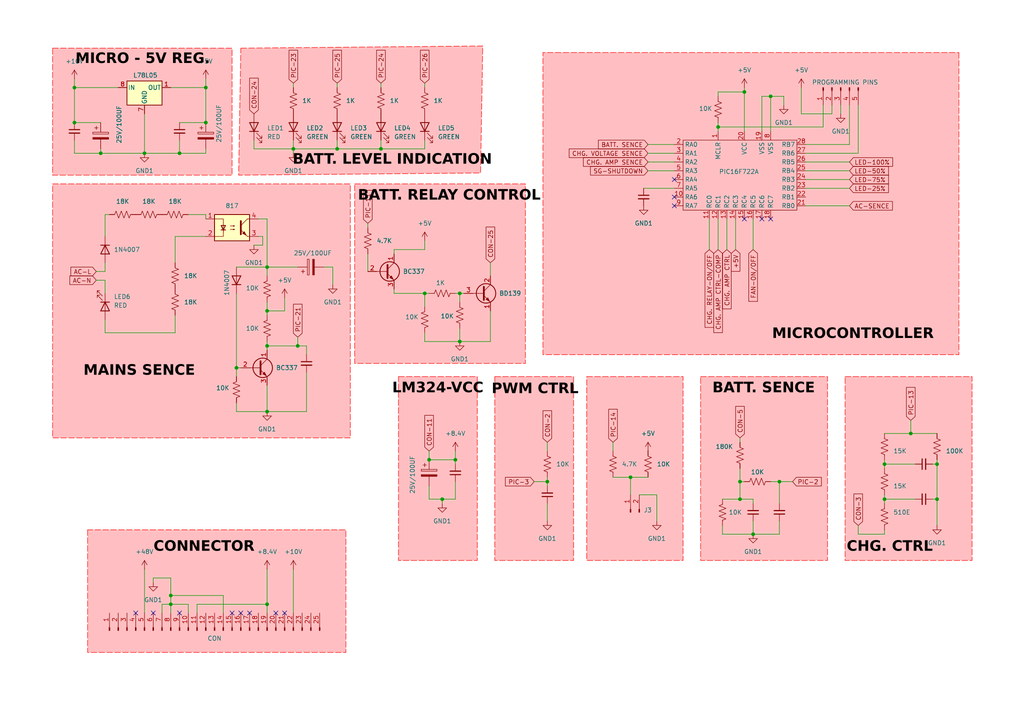
<source format=kicad_sch>
(kicad_sch (version 20250114) (generator "eeschema") (generator_version "9.0")
  (paper "A4")
  (title_block (title "CONTROLLER CARD (CHILD PCB)"))
  (text "BATT. LEVEL INDICATION" (at 113.792 47.244 0) (effects (font (size 3 3) (thickness 0.254) (bold yes))))
  (text "BATT. SENCE" (at 221.488 113.538 0) (effects (font (size 3 3) (thickness 0.254) (bold yes))))
  (text "BATT. RELAY CONTROL" (at 130.302 57.658 0) (effects (font (size 3 3) (thickness 0.254) (bold yes))))
  (text "LM324-VCC" (at 127 113.538 0) (effects (font (size 3 3) (thickness 0.254) (bold yes))))
  (text "MICRO - 5V REG." (at 41.402 18.034 0) (effects (font (size 3 3) (thickness 0.254) (bold yes))))
  (text "MAINS SENCE" (at 40.386 108.458 0) (effects (font (size 3 3) (thickness 0.254) (bold yes))))
  (text "CONNECTOR" (at 59.182 159.512 0) (effects (font (size 3 3) (thickness 0.254) (bold yes))))
  (text "CHG. CTRL" (at 258.064 159.512 0) (effects (font (size 3 3) (thickness 0.254) (bold yes))))
  (text "MICROCONTROLLER" (at 247.396 97.79 0) (effects (font (size 3 3) (thickness 0.254) (bold yes))))
  (text "PWM CTRL" (at 155.194 113.792 0) (effects (font (size 3 3) (thickness 0.254) (bold yes))))
  (junction (at 133.35 99.06))
  (junction (at 132.08 133.35))
  (junction (at 271.78 134.62))
  (junction (at 49.53 172.72))
  (junction (at 128.27 144.78))
  (junction (at 123.19 85.09))
  (junction (at 86.36 100.33))
  (junction (at 77.47 175.26))
  (junction (at 96.52 323.85))
  (junction (at 271.78 144.78))
  (junction (at 49.53 175.26))
  (junction (at 158.75 139.7))
  (junction (at 52.07 44.45))
  (junction (at 68.58 106.68))
  (junction (at 59.69 35.56))
  (junction (at 85.09 43.18))
  (junction (at 182.88 138.43))
  (junction (at 101.6 306.07))
  (junction (at 110.49 43.18))
  (junction (at 196.85 274.32))
  (junction (at 86.36 295.91))
  (junction (at 205.74 313.69))
  (junction (at 41.91 44.45))
  (junction (at 214.63 139.7))
  (junction (at 223.52 27.94))
  (junction (at 77.47 77.47))
  (junction (at 104.14 331.47))
  (junction (at 101.6 323.85))
  (junction (at 194.31 284.48))
  (junction (at 104.14 285.75))
  (junction (at 256.54 144.78))
  (junction (at 214.63 279.4))
  (junction (at 104.14 323.85))
  (junction (at 215.9 26.67))
  (junction (at 77.47 90.17))
  (junction (at 208.28 36.83))
  (junction (at 220.98 257.81))
  (junction (at 101.6 320.04))
  (junction (at 256.54 134.62))
  (junction (at 104.14 295.91))
  (junction (at 96.52 331.47))
  (junction (at 147.32 279.4))
  (junction (at 124.46 133.35))
  (junction (at 193.04 257.81))
  (junction (at 21.59 35.56))
  (junction (at 133.35 85.09))
  (junction (at 97.79 43.18))
  (junction (at 207.01 257.81))
  (junction (at 149.86 298.45))
  (junction (at 264.16 125.73))
  (junction (at 214.63 144.78))
  (junction (at 218.44 154.94))
  (junction (at 226.06 139.7))
  (junction (at 29.21 44.45))
  (junction (at 77.47 119.38))
  (junction (at 59.69 25.4))
  (junction (at 77.47 100.33))
  (junction (at 21.59 25.4))
  (junction (at 86.36 306.07))
  (junction (at 101.6 331.47))
  (no_connect (at 195.58 52.07))
  (no_connect (at 67.31 177.8))
  (no_connect (at 215.9 63.5))
  (no_connect (at 195.58 57.15))
  (no_connect (at 223.52 63.5))
  (no_connect (at 69.85 177.8))
  (no_connect (at 82.55 177.8))
  (no_connect (at 220.98 63.5))
  (no_connect (at 80.01 177.8))
  (no_connect (at 195.58 59.69))
  (no_connect (at 44.45 177.8))
  (no_connect (at 39.37 177.8))
  (no_connect (at 52.07 177.8))
  (no_connect (at 72.39 177.8))
  (wire (pts (xy 208.28 36.83) (xy 208.28 38.1)))
  (wire (pts (xy 68.58 106.68) (xy 68.58 109.22)))
  (wire (pts (xy 123.19 85.09) (xy 124.46 85.09)))
  (wire (pts (xy 207.01 267.97) (xy 207.01 279.4)))
  (wire (pts (xy 233.68 52.07) (xy 246.38 52.07)))
  (wire (pts (xy 52.07 35.56) (xy 59.69 35.56)))
  (wire (pts (xy 208.28 26.67) (xy 215.9 26.67)))
  (wire (pts (xy 68.58 116.84) (xy 68.58 119.38)))
  (wire (pts (xy 124.46 140.97) (xy 124.46 144.78)))
  (wire (pts (xy 193.04 279.4) (xy 193.04 281.94)))
  (wire (pts (xy 46.99 177.8) (xy 46.99 175.26)))
  (wire (pts (xy 90.17 323.85) (xy 96.52 323.85)))
  (wire (pts (xy 77.47 63.5) (xy 77.47 77.47)))
  (wire (pts (xy 190.5 278.13) (xy 190.5 279.4)))
  (wire (pts (xy 21.59 44.45) (xy 29.21 44.45)))
  (wire (pts (xy 77.47 100.33) (xy 77.47 101.6)))
  (wire (pts (xy 59.69 22.86) (xy 59.69 25.4)))
  (wire (pts (xy 124.46 133.35) (xy 132.08 133.35)))
  (wire (pts (xy 123.19 99.06) (xy 133.35 99.06)))
  (wire (pts (xy 46.99 175.26) (xy 49.53 175.26)))
  (wire (pts (xy 86.36 97.79) (xy 86.36 100.33)))
  (wire (pts (xy 190.5 143.51) (xy 190.5 151.13)))
  (wire (pts (xy 49.53 25.4) (xy 59.69 25.4)))
  (wire (pts (xy 205.74 63.5) (xy 205.74 72.39)))
  (wire (pts (xy 196.85 274.32) (xy 196.85 279.4)))
  (wire (pts (xy 190.5 284.48) (xy 194.31 284.48)))
  (wire (pts (xy 246.38 41.91) (xy 233.68 41.91)))
  (wire (pts (xy 90.17 331.47) (xy 96.52 331.47)))
  (wire (pts (xy 101.6 303.53) (xy 104.14 303.53)))
  (wire (pts (xy 114.3 85.09) (xy 123.19 85.09)))
  (wire (pts (xy 147.32 279.4) (xy 161.29 279.4)))
  (wire (pts (xy 30.48 96.52) (xy 50.8 96.52)))
  (wire (pts (xy 59.69 25.4) (xy 59.69 35.56)))
  (wire (pts (xy 133.35 99.06) (xy 133.35 95.25)))
  (wire (pts (xy 270.51 134.62) (xy 271.78 134.62)))
  (wire (pts (xy 44.45 167.64) (xy 49.53 167.64)))
  (wire (pts (xy 223.52 27.94) (xy 223.52 38.1)))
  (wire (pts (xy 74.93 68.58) (xy 76.2 68.58)))
  (wire (pts (xy 21.59 25.4) (xy 21.59 35.56)))
  (wire (pts (xy 256.54 133.35) (xy 256.54 134.62)))
  (wire (pts (xy 205.74 284.48) (xy 203.2 284.48)))
  (wire (pts (xy 154.94 139.7) (xy 158.75 139.7)))
  (wire (pts (xy 158.75 138.43) (xy 158.75 139.7)))
  (wire (pts (xy 68.58 106.68) (xy 69.85 106.68)))
  (wire (pts (xy 123.19 72.39) (xy 114.3 72.39)))
  (wire (pts (xy 85.09 165.1) (xy 85.09 177.8)))
  (wire (pts (xy 213.36 63.5) (xy 213.36 72.39)))
  (wire (pts (xy 207.01 257.81) (xy 207.01 254)))
  (wire (pts (xy 133.35 85.09) (xy 134.62 85.09)))
  (wire (pts (xy 161.29 281.94) (xy 153.67 281.94)))
  (wire (pts (xy 233.68 54.61) (xy 246.38 54.61)))
  (wire (pts (xy 256.54 125.73) (xy 264.16 125.73)))
  (wire (pts (xy 77.47 175.26) (xy 57.15 175.26)))
  (wire (pts (xy 223.52 27.94) (xy 227.33 27.94)))
  (wire (pts (xy 220.98 257.81) (xy 220.98 269.24)))
  (wire (pts (xy 96.52 331.47) (xy 101.6 331.47)))
  (wire (pts (xy 243.84 30.48) (xy 243.84 33.02)))
  (wire (pts (xy 153.67 281.94) (xy 153.67 298.45)))
  (wire (pts (xy 157.48 320.04) (xy 149.86 320.04)))
  (wire (pts (xy 77.47 177.8) (xy 77.47 175.26)))
  (wire (pts (xy 149.86 313.69) (xy 205.74 313.69)))
  (wire (pts (xy 147.32 275.59) (xy 147.32 279.4)))
  (wire (pts (xy 82.55 86.36) (xy 82.55 90.17)))
  (wire (pts (xy 218.44 151.13) (xy 218.44 154.94)))
  (wire (pts (xy 59.69 62.23) (xy 59.69 63.5)))
  (wire (pts (xy 194.31 280.67) (xy 194.31 284.48)))
  (wire (pts (xy 88.9 107.95) (xy 88.9 119.38)))
  (wire (pts (xy 218.44 144.78) (xy 218.44 146.05)))
  (wire (pts (xy 77.47 100.33) (xy 86.36 100.33)))
  (wire (pts (xy 77.47 111.76) (xy 77.47 119.38)))
  (wire (pts (xy 142.24 76.2) (xy 142.24 80.01)))
  (wire (pts (xy 49.53 175.26) (xy 49.53 177.8)))
  (wire (pts (xy 96.52 323.85) (xy 101.6 323.85)))
  (wire (pts (xy 76.2 71.12) (xy 73.66 71.12)))
  (wire (pts (xy 132.08 133.35) (xy 132.08 134.62)))
  (wire (pts (xy 256.54 144.78) (xy 256.54 146.05)))
  (wire (pts (xy 220.98 38.1) (xy 220.98 27.94)))
  (wire (pts (xy 110.49 43.18) (xy 123.19 43.18)))
  (wire (pts (xy 146.05 281.94) (xy 146.05 279.4)))
  (wire (pts (xy 214.63 127) (xy 214.63 128.27)))
  (wire (pts (xy 123.19 96.52) (xy 123.19 99.06)))
  (wire (pts (xy 114.3 83.82) (xy 114.3 85.09)))
  (wire (pts (xy 123.19 24.13) (xy 123.19 25.4)))
  (wire (pts (xy 27.94 78.74) (xy 30.48 78.74)))
  (wire (pts (xy 214.63 135.89) (xy 214.63 139.7)))
  (wire (pts (xy 248.92 44.45) (xy 233.68 44.45)))
  (wire (pts (xy 214.63 257.81) (xy 220.98 257.81)))
  (wire (pts (xy 182.88 138.43) (xy 187.96 138.43)))
  (wire (pts (xy 220.98 254) (xy 220.98 257.81)))
  (wire (pts (xy 21.59 35.56) (xy 29.21 35.56)))
  (wire (pts (xy 49.53 172.72) (xy 49.53 175.26)))
  (wire (pts (xy 21.59 40.64) (xy 21.59 44.45)))
  (wire (pts (xy 256.54 144.78) (xy 265.43 144.78)))
  (wire (pts (xy 86.36 293.37) (xy 86.36 295.91)))
  (wire (pts (xy 77.47 77.47) (xy 77.47 80.01)))
  (wire (pts (xy 68.58 119.38) (xy 77.47 119.38)))
  (wire (pts (xy 210.82 63.5) (xy 210.82 72.39)))
  (wire (pts (xy 132.08 85.09) (xy 133.35 85.09)))
  (wire (pts (xy 30.48 62.23) (xy 30.48 68.58)))
  (wire (pts (xy 264.16 121.92) (xy 264.16 125.73)))
  (wire (pts (xy 241.3 30.48) (xy 241.3 33.02)))
  (wire (pts (xy 196.85 257.81) (xy 193.04 257.81)))
  (wire (pts (xy 110.49 40.64) (xy 110.49 43.18)))
  (wire (pts (xy 96.52 77.47) (xy 96.52 82.55)))
  (wire (pts (xy 139.7 275.59) (xy 147.32 275.59)))
  (wire (pts (xy 177.8 128.27) (xy 177.8 130.81)))
  (wire (pts (xy 207.01 254) (xy 193.04 254)))
  (wire (pts (xy 54.61 62.23) (xy 59.69 62.23)))
  (wire (pts (xy 142.24 90.17) (xy 142.24 99.06)))
  (wire (pts (xy 214.63 279.4) (xy 220.98 279.4)))
  (wire (pts (xy 149.86 298.45) (xy 149.86 300.99)))
  (wire (pts (xy 207.01 257.81) (xy 207.01 262.89)))
  (wire (pts (xy 271.78 133.35) (xy 271.78 134.62)))
  (wire (pts (xy 157.48 284.48) (xy 157.48 320.04)))
  (wire (pts (xy 256.54 153.67) (xy 256.54 154.94)))
  (wire (pts (xy 214.63 139.7) (xy 214.63 144.78)))
  (wire (pts (xy 256.54 143.51) (xy 256.54 144.78)))
  (wire (pts (xy 187.96 44.45) (xy 195.58 44.45)))
  (wire (pts (xy 93.98 77.47) (xy 96.52 77.47)))
  (wire (pts (xy 76.2 68.58) (xy 76.2 71.12)))
  (wire (pts (xy 208.28 26.67) (xy 208.28 27.94)))
  (wire (pts (xy 233.68 59.69) (xy 246.38 59.69)))
  (wire (pts (xy 233.68 46.99) (xy 246.38 46.99)))
  (wire (pts (xy 123.19 40.64) (xy 123.19 43.18)))
  (wire (pts (xy 85.09 43.18) (xy 85.09 44.45)))
  (wire (pts (xy 220.98 27.94) (xy 223.52 27.94)))
  (wire (pts (xy 218.44 154.94) (xy 226.06 154.94)))
  (wire (pts (xy 187.96 41.91) (xy 195.58 41.91)))
  (wire (pts (xy 124.46 144.78) (xy 128.27 144.78)))
  (wire (pts (xy 153.67 298.45) (xy 149.86 298.45)))
  (wire (pts (xy 214.63 139.7) (xy 215.9 139.7)))
  (wire (pts (xy 158.75 139.7) (xy 158.75 140.97)))
  (wire (pts (xy 54.61 175.26) (xy 49.53 175.26)))
  (wire (pts (xy 208.28 63.5) (xy 208.28 72.39)))
  (wire (pts (xy 264.16 125.73) (xy 271.78 125.73)))
  (wire (pts (xy 241.3 33.02) (xy 232.41 33.02)))
  (wire (pts (xy 114.3 72.39) (xy 114.3 73.66)))
  (wire (pts (xy 128.27 144.78) (xy 132.08 144.78)))
  (wire (pts (xy 110.49 24.13) (xy 110.49 25.4)))
  (wire (pts (xy 205.74 313.69) (xy 205.74 284.48)))
  (wire (pts (xy 209.55 154.94) (xy 209.55 152.4)))
  (wire (pts (xy 149.86 298.45) (xy 146.05 298.45)))
  (wire (pts (xy 29.21 43.18) (xy 29.21 44.45)))
  (wire (pts (xy 149.86 308.61) (xy 149.86 313.69)))
  (wire (pts (xy 82.55 90.17) (xy 77.47 90.17)))
  (wire (pts (xy 27.94 81.28) (xy 30.48 81.28)))
  (wire (pts (xy 193.04 278.13) (xy 190.5 278.13)))
  (wire (pts (xy 270.51 144.78) (xy 271.78 144.78)))
  (wire (pts (xy 203.2 267.97) (xy 203.2 257.81)))
  (wire (pts (xy 88.9 102.87) (xy 88.9 100.33)))
  (wire (pts (xy 106.68 73.66) (xy 106.68 78.74)))
  (wire (pts (xy 185.42 143.51) (xy 190.5 143.51)))
  (wire (pts (xy 77.47 87.63) (xy 77.47 90.17)))
  (wire (pts (xy 104.14 331.47) (xy 111.76 331.47)))
  (wire (pts (xy 64.77 177.8) (xy 64.77 172.72)))
  (wire (pts (xy 52.07 44.45) (xy 59.69 44.45)))
  (wire (pts (xy 101.6 316.23) (xy 101.6 320.04)))
  (wire (pts (xy 106.68 64.77) (xy 106.68 66.04)))
  (wire (pts (xy 226.06 151.13) (xy 226.06 154.94)))
  (wire (pts (xy 196.85 279.4) (xy 193.04 279.4)))
  (wire (pts (xy 187.96 46.99) (xy 195.58 46.99)))
  (wire (pts (xy 123.19 69.85) (xy 123.19 72.39)))
  (wire (pts (xy 77.47 119.38) (xy 88.9 119.38)))
  (wire (pts (xy 193.04 281.94) (xy 190.5 281.94)))
  (wire (pts (xy 146.05 279.4) (xy 147.32 279.4)))
  (wire (pts (xy 209.55 154.94) (xy 218.44 154.94)))
  (wire (pts (xy 41.91 44.45) (xy 41.91 33.02)))
  (wire (pts (xy 101.6 331.47) (xy 101.6 336.55)))
  (wire (pts (xy 93.98 306.07) (xy 101.6 306.07)))
  (wire (pts (xy 101.6 323.85) (xy 104.14 323.85)))
  (wire (pts (xy 59.69 43.18) (xy 59.69 44.45)))
  (wire (pts (xy 271.78 144.78) (xy 271.78 152.4)))
  (wire (pts (xy 193.04 254) (xy 193.04 257.81)))
  (wire (pts (xy 64.77 172.72) (xy 49.53 172.72)))
  (wire (pts (xy 73.66 40.64) (xy 73.66 43.18)))
  (wire (pts (xy 194.31 280.67) (xy 201.93 280.67)))
  (wire (pts (xy 256.54 154.94) (xy 248.92 154.94)))
  (wire (pts (xy 30.48 78.74) (xy 30.48 76.2)))
  (wire (pts (xy 68.58 85.09) (xy 68.58 106.68)))
  (wire (pts (xy 142.24 99.06) (xy 133.35 99.06)))
  (wire (pts (xy 215.9 26.67) (xy 215.9 38.1)))
  (wire (pts (xy 104.14 281.94) (xy 104.14 285.75)))
  (wire (pts (xy 226.06 139.7) (xy 229.87 139.7)))
  (wire (pts (xy 31.75 62.23) (xy 30.48 62.23)))
  (wire (pts (xy 54.61 177.8) (xy 54.61 175.26)))
  (wire (pts (xy 195.58 274.32) (xy 196.85 274.32)))
  (wire (pts (xy 77.47 90.17) (xy 77.47 91.44)))
  (wire (pts (xy 74.93 63.5) (xy 77.47 63.5)))
  (wire (pts (xy 85.09 24.13) (xy 85.09 25.4)))
  (wire (pts (xy 97.79 43.18) (xy 110.49 43.18)))
  (wire (pts (xy 86.36 285.75) (xy 104.14 285.75)))
  (wire (pts (xy 227.33 30.48) (xy 227.33 27.94)))
  (wire (pts (xy 30.48 81.28) (xy 30.48 85.09)))
  (wire (pts (xy 208.28 35.56) (xy 208.28 36.83)))
  (wire (pts (xy 124.46 130.81) (xy 124.46 133.35)))
  (wire (pts (xy 128.27 146.05) (xy 128.27 144.78)))
  (wire (pts (xy 101.6 331.47) (xy 104.14 331.47)))
  (wire (pts (xy 214.63 144.78) (xy 218.44 144.78)))
  (wire (pts (xy 29.21 44.45) (xy 41.91 44.45)))
  (wire (pts (xy 256.54 134.62) (xy 256.54 135.89)))
  (wire (pts (xy 86.36 306.07) (xy 88.9 306.07)))
  (wire (pts (xy 182.88 138.43) (xy 182.88 143.51)))
  (wire (pts (xy 97.79 40.64) (xy 97.79 43.18)))
  (wire (pts (xy 238.76 30.48) (xy 238.76 36.83)))
  (wire (pts (xy 214.63 262.89) (xy 214.63 267.97)))
  (wire (pts (xy 205.74 313.69) (xy 210.82 313.69)))
  (wire (pts (xy 223.52 139.7) (xy 226.06 139.7)))
  (wire (pts (xy 41.91 165.1) (xy 41.91 177.8)))
  (wire (pts (xy 209.55 144.78) (xy 214.63 144.78)))
  (wire (pts (xy 177.8 138.43) (xy 182.88 138.43)))
  (wire (pts (xy 85.09 43.18) (xy 97.79 43.18)))
  (wire (pts (xy 90.17 330.2) (xy 90.17 331.47)))
  (wire (pts (xy 158.75 146.05) (xy 158.75 151.13)))
  (wire (pts (xy 132.08 144.78) (xy 132.08 139.7)))
  (wire (pts (xy 186.69 54.61) (xy 195.58 54.61)))
  (wire (pts (xy 57.15 175.26) (xy 57.15 177.8)))
  (wire (pts (xy 271.78 134.62) (xy 271.78 144.78)))
  (wire (pts (xy 132.08 130.81) (xy 132.08 133.35)))
  (wire (pts (xy 97.79 24.13) (xy 97.79 25.4)))
  (wire (pts (xy 226.06 139.7) (xy 226.06 146.05)))
  (wire (pts (xy 73.66 43.18) (xy 85.09 43.18)))
  (wire (pts (xy 86.36 100.33) (xy 88.9 100.33)))
  (wire (pts (xy 101.6 306.07) (xy 101.6 303.53)))
  (wire (pts (xy 86.36 295.91) (xy 104.14 295.91)))
  (wire (pts (xy 21.59 22.86) (xy 21.59 25.4)))
  (wire (pts (xy 215.9 25.4) (xy 215.9 26.67)))
  (wire (pts (xy 101.6 320.04) (xy 142.24 320.04)))
  (wire (pts (xy 187.96 49.53) (xy 195.58 49.53)))
  (wire (pts (xy 44.45 168.91) (xy 44.45 167.64)))
  (wire (pts (xy 30.48 92.71) (xy 30.48 96.52)))
  (wire (pts (xy 246.38 30.48) (xy 246.38 41.91)))
  (wire (pts (xy 248.92 30.48) (xy 248.92 44.45)))
  (wire (pts (xy 158.75 128.27) (xy 158.75 130.81)))
  (wire (pts (xy 101.6 308.61) (xy 101.6 306.07)))
  (wire (pts (xy 248.92 152.4) (xy 248.92 154.94)))
  (wire (pts (xy 50.8 91.44) (xy 50.8 96.52)))
  (wire (pts (xy 208.28 36.83) (xy 238.76 36.83)))
  (wire (pts (xy 49.53 167.64) (xy 49.53 172.72)))
  (wire (pts (xy 161.29 284.48) (xy 157.48 284.48)))
  (wire (pts (xy 90.17 325.12) (xy 90.17 323.85)))
  (wire (pts (xy 220.98 274.32) (xy 220.98 279.4)))
  (wire (pts (xy 52.07 40.64) (xy 52.07 44.45)))
  (wire (pts (xy 203.2 257.81) (xy 201.93 257.81)))
  (wire (pts (xy 68.58 77.47) (xy 77.47 77.47)))
  (wire (pts (xy 194.31 284.48) (xy 195.58 284.48)))
  (wire (pts (xy 218.44 63.5) (xy 218.44 72.39)))
  (wire (pts (xy 201.93 274.32) (xy 201.93 280.67)))
  (wire (pts (xy 193.04 257.81) (xy 193.04 278.13)))
  (wire (pts (xy 77.47 77.47) (xy 86.36 77.47)))
  (wire (pts (xy 50.8 76.2) (xy 50.8 68.58)))
  (wire (pts (xy 104.14 293.37) (xy 104.14 295.91)))
  (wire (pts (xy 133.35 85.09) (xy 133.35 87.63)))
  (wire (pts (xy 256.54 134.62) (xy 265.43 134.62)))
  (wire (pts (xy 21.59 25.4) (xy 34.29 25.4)))
  (wire (pts (xy 195.58 267.97) (xy 195.58 274.32)))
  (wire (pts (xy 77.47 99.06) (xy 77.47 100.33)))
  (wire (pts (xy 123.19 88.9) (xy 123.19 85.09)))
  (wire (pts (xy 101.6 323.85) (xy 101.6 320.04)))
  (wire (pts (xy 41.91 44.45) (xy 52.07 44.45)))
  (wire (pts (xy 233.68 49.53) (xy 246.38 49.53)))
  (wire (pts (xy 146.05 298.45) (xy 146.05 294.64)))
  (wire (pts (xy 86.36 300.99) (xy 86.36 306.07)))
  (wire (pts (xy 232.41 25.4) (xy 232.41 33.02)))
  (wire (pts (xy 50.8 68.58) (xy 59.69 68.58)))
  (wire (pts (xy 104.14 323.85) (xy 111.76 323.85)))
  (wire (pts (xy 77.47 165.1) (xy 77.47 175.26)))
  (wire (pts (xy 207.01 279.4) (xy 214.63 279.4)))
  (wire (pts (xy 85.09 40.64) (xy 85.09 43.18)))
  (global_label "CON-11" (shape input) (at 124.46 130.81 90) (property "Intersheetrefs" "${INTERSHEET_REFS}" (effects (hide yes))))
  (global_label "CHG. AMP CTRL-COMP" (shape input) (at 208.28 72.39 270) (property "Intersheetrefs" "${INTERSHEET_REFS}" (effects (hide yes))))
  (global_label "PIC-12" (shape input) (at 104.14 281.94 90) (property "Intersheetrefs" "${INTERSHEET_REFS}" (effects (hide yes))))
  (global_label "PIC-4" (shape input) (at 220.98 254 90) (property "Intersheetrefs" "${INTERSHEET_REFS}" (effects (hide yes))))
  (global_label "CHG. AMP SENCE" (shape input) (at 187.96 46.99 180) (property "Intersheetrefs" "${INTERSHEET_REFS}" (effects (hide yes))))
  (global_label "PIC-3" (shape input) (at 154.94 139.7 180) (property "Intersheetrefs" "${INTERSHEET_REFS}" (effects (hide yes))))
  (global_label "CHG. RELAY-ON{slash}OFF" (shape input) (at 205.74 72.39 270) (property "Intersheetrefs" "${INTERSHEET_REFS}" (effects (hide yes))))
  (global_label "PIC-26" (shape input) (at 123.19 24.13 90) (property "Intersheetrefs" "${INTERSHEET_REFS}" (effects (hide yes))))
  (global_label "PIC-14" (shape input) (at 177.8 128.27 90) (property "Intersheetrefs" "${INTERSHEET_REFS}" (effects (hide yes))))
  (global_label "AC-N" (shape input) (at 27.94 81.28 180) (property "Intersheetrefs" "${INTERSHEET_REFS}" (effects (hide yes))))
  (global_label "PIC-11" (shape input) (at 106.68 64.77 90) (property "Intersheetrefs" "${INTERSHEET_REFS}" (effects (hide yes))))
  (global_label "+5V" (shape input) (at 213.36 72.39 270) (property "Intersheetrefs" "${INTERSHEET_REFS}" (effects (hide yes))))
  (global_label "CHG. VOLTAGE SENCE" (shape input) (at 187.96 44.45 180) (property "Intersheetrefs" "${INTERSHEET_REFS}" (effects (hide yes))))
  (global_label "PIC-23" (shape input) (at 85.09 24.13 90) (property "Intersheetrefs" "${INTERSHEET_REFS}" (effects (hide yes))))
  (global_label "CON-24" (shape input) (at 73.66 33.02 90) (property "Intersheetrefs" "${INTERSHEET_REFS}" (effects (hide yes))))
  (global_label "CON-2" (shape input) (at 158.75 128.27 90) (property "Intersheetrefs" "${INTERSHEET_REFS}" (effects (hide yes))))
  (global_label "PIC-21" (shape input) (at 86.36 97.79 90) (property "Intersheetrefs" "${INTERSHEET_REFS}" (effects (hide yes))))
  (global_label "CON-5" (shape input) (at 214.63 127 90) (property "Intersheetrefs" "${INTERSHEET_REFS}" (effects (hide yes))))
  (global_label "PIC-13" (shape input) (at 264.16 121.92 90) (property "Intersheetrefs" "${INTERSHEET_REFS}" (effects (hide yes))))
  (global_label "LED-75%" (shape input) (at 246.38 52.07 0) (property "Intersheetrefs" "${INTERSHEET_REFS}" (effects (hide yes))))
  (global_label "CON-1" (shape input) (at 210.82 313.69 0) (property "Intersheetrefs" "${INTERSHEET_REFS}" (effects (hide yes))))
  (global_label "CON-3" (shape input) (at 248.92 152.4 90) (property "Intersheetrefs" "${INTERSHEET_REFS}" (effects (hide yes))))
  (global_label "LED-100%" (shape input) (at 246.38 46.99 0) (property "Intersheetrefs" "${INTERSHEET_REFS}" (effects (hide yes))))
  (global_label "AC-SENCE" (shape input) (at 246.38 59.69 0) (property "Intersheetrefs" "${INTERSHEET_REFS}" (effects (hide yes))))
  (global_label "LED-25%" (shape input) (at 246.38 54.61 0) (property "Intersheetrefs" "${INTERSHEET_REFS}" (effects (hide yes))))
  (global_label "CON-12" (shape input) (at 139.7 275.59 180) (property "Intersheetrefs" "${INTERSHEET_REFS}" (effects (hide yes))))
  (global_label "PIC-2" (shape input) (at 229.87 139.7 0) (property "Intersheetrefs" "${INTERSHEET_REFS}" (effects (hide yes))))
  (global_label "CON-25" (shape input) (at 142.24 76.2 90) (property "Intersheetrefs" "${INTERSHEET_REFS}" (effects (hide yes))))
  (global_label "PIC-24" (shape input) (at 110.49 24.13 90) (property "Intersheetrefs" "${INTERSHEET_REFS}" (effects (hide yes))))
  (global_label "FAN-ON{slash}OFF" (shape input) (at 218.44 72.39 270) (property "Intersheetrefs" "${INTERSHEET_REFS}" (effects (hide yes))))
  (global_label "PIC-25" (shape input) (at 97.79 24.13 90) (property "Intersheetrefs" "${INTERSHEET_REFS}" (effects (hide yes))))
  (global_label "CHG. AMP CTRL" (shape input) (at 210.82 72.39 270) (property "Intersheetrefs" "${INTERSHEET_REFS}" (effects (hide yes))))
  (global_label "AC-L" (shape input) (at 27.94 78.74 180) (property "Intersheetrefs" "${INTERSHEET_REFS}" (effects (hide yes))))
  (global_label "LED-50%" (shape input) (at 246.38 49.53 0) (property "Intersheetrefs" "${INTERSHEET_REFS}" (effects (hide yes))))
  (global_label "BATT. SENCE" (shape input) (at 187.96 41.91 180) (property "Intersheetrefs" "${INTERSHEET_REFS}" (effects (hide yes))))
  (global_label "SG-SHUTDOWN" (shape input) (at 187.96 49.53 180) (property "Intersheetrefs" "${INTERSHEET_REFS}" (effects (hide yes))))
  (rule_area (polyline (pts (xy 245.11 109.22) (xy 281.94 109.22) (xy 281.94 162.56) (xy 245.11 162.56)) (stroke (width 0) (type dash)) (fill (type color) (color 255 0 12 0.2509803922))))
  (rule_area (polyline (pts (xy 15.24 13.97) (xy 67.31 13.97) (xy 67.31 50.8) (xy 15.24 50.8)) (stroke (width 0) (type dash)) (fill (type color) (color 255 0 12 0.2509803922))))
  (rule_area (polyline (pts (xy 15.24 53.34) (xy 101.6 53.34) (xy 101.6 127) (xy 15.24 127)) (stroke (width 0) (type dash)) (fill (type color) (color 255 0 12 0.2509803922))))
  (rule_area (polyline (pts (xy 170.18 109.22) (xy 198.12 109.22) (xy 198.12 162.56) (xy 170.18 162.56)) (stroke (width 0) (type dash)) (fill (type color) (color 255 0 12 0.2509803922))))
  (rule_area (polyline (pts (xy 203.2 109.22) (xy 240.03 109.22) (xy 240.03 162.56) (xy 203.2 162.56)) (stroke (width 0) (type dash)) (fill (type color) (color 255 0 12 0.2509803922))))
  (rule_area (polyline (pts (xy 115.57 109.22) (xy 138.43 109.22) (xy 138.43 162.56) (xy 115.57 162.56)) (stroke (width 0) (type dash)) (fill (type color) (color 255 0 12 0.2509803922))))
  (rule_area (polyline (pts (xy 143.51 109.22) (xy 166.37 109.22) (xy 166.37 162.56) (xy 143.51 162.56)) (stroke (width 0) (type dash)) (fill (type color) (color 255 0 12 0.2509803922))))
  (rule_area (polyline (pts (xy 102.87 53.34) (xy 152.4 53.34) (xy 152.4 101.6) (xy 152.4 105.41) (xy 102.87 105.41)) (stroke (width 0) (type dash)) (fill (type color) (color 255 0 12 0.2509803922))))
  (rule_area (polyline (pts (xy 69.85 13.97) (xy 140.0175 13.335) (xy 139.3825 50.165) (xy 69.215 50.8)) (stroke (width 0) (type dash)) (fill (type color) (color 255 0 12 0.2509803922))))
  (rule_area (polyline (pts (xy 25.4 153.67) (xy 25.4 189.23) (xy 100.33 189.23) (xy 100.33 153.67)) (stroke (width 0) (type dash)) (fill (type color) (color 255 0 12 0.2509803922))))
  (rule_area (polyline (pts (xy 278.13 15.24) (xy 278.13 102.87) (xy 157.48 102.87) (xy 157.48 15.24)) (stroke (width 0) (type dash)) (fill (type color) (color 255 0 12 0.2509803922))))
  (symbol (lib_id "Device:R_US") (at 85.09 29.21 0) (unit 1)
    (property "Reference" "R54" (effects (hide yes)))
    (property "Value" "1K" (at 87.63 29.2099 0) (effects (justify left)))
    (property "Description" "Resistor, US symbol" (effects (hide yes)))
  )
  (symbol (lib_id "Device:R_US") (at 158.75 134.62 0) (unit 1)
    (property "Reference" "R71" (effects (hide yes)))
    (property "Value" "10K" (at 161.29 134.6199 0) (effects (justify left)))
    (property "Description" "Resistor, US symbol" (effects (hide yes)))
  )
  (symbol (lib_id "Device:C_Small") (at 132.08 137.16 0) (mirror x) (unit 1)
    (property "Reference" "C42" (effects (hide yes)))
    (property "Value" "C_Small" (effects (hide yes)))
    (property "Description" "Unpolarized capacitor, small symbol" (effects (hide yes)))
  )
  (symbol (lib_id "Device:C_Polarized") (at 59.69 39.37 0) (unit 1)
    (property "Reference" "C35" (effects (hide yes)))
    (property "Value" "25V/100UF" (at 63.5 41.402 90) (effects (justify left)))
    (property "Description" "Polarized capacitor" (effects (hide yes)))
  )
  (symbol (lib_id "Transistor_BJT:BC337") (at 111.76 78.74 0) (unit 1)
    (property "Reference" "Q16" (effects (hide yes)))
    (property "Value" "BC337" (at 116.84 78.7399 0) (effects (justify left)))
    (property "Footprint" "Package_TO_SOT_THT:TO-92_Inline" (effects (hide yes)))
    (property "Datasheet" "https://diotec.com/tl_files/diotec/files/pdf/datasheets/bc337.pdf" (effects (hide yes)))
    (property "Description" "0.8A Ic, 45V Vce, NPN Transistor, TO-92" (effects (hide yes)))
  )
  (symbol (lib_id "LED:IR26-21C_L110_TR8") (at 123.19 36.83 90) (unit 1)
    (property "Reference" "LED5" (at 127 37.1474 90) (effects (justify right)))
    (property "Value" "GREEN" (at 127 39.6874 90) (effects (justify right)))
    (property "Footprint" "LED_SMD:LED_1206_3216Metric" (effects (hide yes)))
    (property "Datasheet" "http://www.everlight.com/file/ProductFile/IR26-21C-L110-TR8.pdf" (effects (hide yes)))
    (property "Description" "940nm, 20 deg, Infrared LED, 1206" (effects (hide yes)))
  )
  (symbol (lib_id "Device:C_Small") (at 199.39 274.32 90) (unit 1)
    (property "Reference" "C57" (at 198.1262 271.78 0) (effects (justify left)))
    (property "Value" "C_Small" (effects (hide yes)))
    (property "Description" "Unpolarized capacitor, small symbol" (effects (hide yes)))
  )
  (symbol (lib_id "Connector:Conn_01x05_Pin") (at 243.84 25.4 90) (mirror x) (unit 1)
    (property "Reference" "J4" (effects (hide yes)))
    (property "Value" "PROGRAMMING PINS" (at 245.11 23.876 90))
    (property "Description" "Generic connector, single row, 01x05, script generated" (effects (hide yes)))
  )
  (symbol (lib_id "Suraj_Dev:LM324") (at 175.26 285.75 0) (unit 1)
    (property "Reference" "U9" (at 177.4033 273.05 0) (effects (justify left)))
    (property "Value" "~" (at 177.4033 275.59 0) (effects (justify left)))
  )
  (symbol (lib_id "power:GND1") (at 44.45 168.91 0) (unit 1)
    (property "Reference" "#PWR052" (effects (hide yes)))
    (property "Value" "GND1" (at 44.45 173.99 0))
    (property "Description" "Power symbol creates a global label with name \"GND1\" , ground" (effects (hide yes)))
  )
  (symbol (lib_id "power:+1V0") (at 132.08 130.81 0) (unit 1)
    (property "Reference" "#PWR054" (effects (hide yes)))
    (property "Value" "+8.4V" (at 132.08 125.73 0))
    (property "Description" "Power symbol creates a global label with name \"+1V0\"" (effects (hide yes)))
  )
  (symbol (lib_id "power:GND1") (at 227.33 30.48 0) (unit 1)
    (property "Reference" "#PWR050" (effects (hide yes)))
    (property "Value" "GND1" (at 227.33 35.56 0))
    (property "Description" "Power symbol creates a global label with name \"GND1\" , ground" (effects (hide yes)))
  )
  (symbol (lib_id "power:+1V0") (at 77.47 165.1 0) (unit 1)
    (property "Reference" "#PWR060" (effects (hide yes)))
    (property "Value" "+8.4V" (at 77.47 160.02 0))
    (property "Description" "Power symbol creates a global label with name \"+1V0\"" (effects (hide yes)))
  )
  (symbol (lib_id "Device:R_US") (at 50.8 80.01 0) (unit 1)
    (property "Reference" "R44" (effects (hide yes)))
    (property "Value" "18K" (at 53.34 80.0099 0) (effects (justify left)))
    (property "Description" "Resistor, US symbol" (effects (hide yes)))
  )
  (symbol (lib_id "power:GND1") (at 41.91 44.45 0) (unit 1)
    (property "Reference" "#PWR028" (effects (hide yes)))
    (property "Value" "GND1" (at 41.91 49.53 0))
    (property "Description" "Power symbol creates a global label with name \"GND1\" , ground" (effects (hide yes)))
  )
  (symbol (lib_id "power:GND1") (at 218.44 154.94 0) (unit 1)
    (property "Reference" "#PWR039" (effects (hide yes)))
    (property "Value" "GND1" (at 218.44 160.02 0))
    (property "Description" "Power symbol creates a global label with name \"GND1\" , ground" (effects (hide yes)))
  )
  (symbol (lib_id "power:+1V0") (at 82.55 86.36 0) (unit 1)
    (property "Reference" "#PWR029" (effects (hide yes)))
    (property "Value" "+5V" (at 82.55 81.28 0))
    (property "Description" "Power symbol creates a global label with name \"+1V0\"" (effects (hide yes)))
  )
  (symbol (lib_id "power:GND1") (at 271.78 152.4 0) (unit 1)
    (property "Reference" "#PWR036" (effects (hide yes)))
    (property "Value" "GND1" (at 271.78 157.48 0))
    (property "Description" "Power symbol creates a global label with name \"GND1\" , ground" (effects (hide yes)))
  )
  (symbol (lib_id "Device:R_US") (at 104.14 289.56 0) (unit 1)
    (property "Reference" "R95" (at 106.68 288.2899 0) (effects (justify left)))
    (property "Value" "R_US" (at 106.68 290.8299 0) (effects (justify left)))
    (property "Description" "Resistor, US symbol" (effects (hide yes)))
  )
  (symbol (lib_id "Device:R_US") (at 96.52 327.66 0) (unit 1)
    (property "Reference" "R93" (at 99.06 326.3899 0) (effects (justify left)))
    (property "Value" "R_US" (at 99.06 328.9299 0) (effects (justify left)))
    (property "Description" "Resistor, US symbol" (effects (hide yes)))
  )
  (symbol (lib_id "Device:R_US") (at 77.47 83.82 0) (mirror y) (unit 1)
    (property "Reference" "R38" (effects (hide yes)))
    (property "Value" "10K" (at 75.184 83.566 0) (effects (justify left)))
    (property "Description" "Resistor, US symbol" (effects (hide yes)))
  )
  (symbol (lib_id "Transistor_BJT:BC337") (at 74.93 106.68 0) (unit 1)
    (property "Reference" "Q2" (effects (hide yes)))
    (property "Value" "BC337" (at 80.01 106.6799 0) (effects (justify left)))
    (property "Footprint" "Package_TO_SOT_THT:TO-92_Inline" (effects (hide yes)))
    (property "Datasheet" "https://diotec.com/tl_files/diotec/files/pdf/datasheets/bc337.pdf" (effects (hide yes)))
    (property "Description" "0.8A Ic, 45V Vce, NPN Transistor, TO-92" (effects (hide yes)))
  )
  (symbol (lib_id "power:GND1") (at 175.26 298.45 0) (unit 1)
    (property "Reference" "#PWR046" (effects (hide yes)))
    (property "Value" "GND1" (at 175.26 303.53 0))
    (property "Description" "Power symbol creates a global label with name \"GND1\" , ground" (effects (hide yes)))
  )
  (symbol (lib_id "Device:C_Small") (at 91.44 306.07 270) (unit 1)
    (property "Reference" "C54" (at 92.7038 308.61 0) (effects (justify left)))
    (property "Value" "C_Small" (effects (hide yes)))
    (property "Description" "Unpolarized capacitor, small symbol" (effects (hide yes)))
  )
  (symbol (lib_id "Device:C_Small") (at 218.44 148.59 0) (mirror x) (unit 1)
    (property "Reference" "C40" (effects (hide yes)))
    (property "Value" "C_Small" (effects (hide yes)))
    (property "Description" "Unpolarized capacitor, small symbol" (effects (hide yes)))
  )
  (symbol (lib_id "Device:R_US") (at 256.54 129.54 0) (unit 1)
    (property "Reference" "R64" (effects (hide yes)))
    (property "Value" "15K" (at 259.08 130.8099 0) (effects (justify left)))
    (property "Description" "Resistor, US symbol" (effects (hide yes)))
  )
  (symbol (lib_id "Device:R_US") (at 50.8 62.23 270) (unit 1)
    (property "Reference" "R47" (effects (hide yes)))
    (property "Value" "18K" (at 50.8 58.42 90))
    (property "Description" "Resistor, US symbol" (effects (hide yes)))
  )
  (symbol (lib_id "Device:R_US") (at 146.05 285.75 0) (unit 1)
    (property "Reference" "R99" (at 148.59 284.4799 0) (effects (justify left)))
    (property "Value" "R_US" (at 148.59 287.0199 0) (effects (justify left)))
    (property "Description" "Resistor, US symbol" (effects (hide yes)))
  )
  (symbol (lib_id "Device:C_Small") (at 158.75 143.51 0) (mirror x) (unit 1)
    (property "Reference" "C41" (effects (hide yes)))
    (property "Value" "C_Small" (effects (hide yes)))
    (property "Description" "Unpolarized capacitor, small symbol" (effects (hide yes)))
  )
  (symbol (lib_id "LED:IR26-21C_L110_TR8") (at 85.09 36.83 90) (unit 1)
    (property "Reference" "LED2" (at 88.9 37.1474 90) (effects (justify right)))
    (property "Value" "GREEN" (at 88.9 39.6874 90) (effects (justify right)))
    (property "Footprint" "LED_SMD:LED_1206_3216Metric" (effects (hide yes)))
    (property "Datasheet" "http://www.everlight.com/file/ProductFile/IR26-21C-L110-TR8.pdf" (effects (hide yes)))
    (property "Description" "940nm, 20 deg, Infrared LED, 1206" (effects (hide yes)))
  )
  (symbol (lib_id "power:+1V0") (at 232.41 25.4 0) (unit 1)
    (property "Reference" "#PWR056" (effects (hide yes)))
    (property "Value" "+5V" (at 232.41 20.32 0))
    (property "Description" "Power symbol creates a global label with name \"+1V0\"" (effects (hide yes)))
  )
  (symbol (lib_id "power:GND1") (at 128.27 146.05 0) (unit 1)
    (property "Reference" "#PWR051" (effects (hide yes)))
    (property "Value" "GND1" (at 128.27 151.13 0))
    (property "Description" "Power symbol creates a global label with name \"GND1\" , ground" (effects (hide yes)))
  )
  (symbol (lib_id "Device:R_US") (at 214.63 132.08 0) (unit 1)
    (property "Reference" "R69" (effects (hide yes)))
    (property "Value" "180K" (at 207.518 129.54 0) (effects (justify left)))
    (property "Description" "Resistor, US symbol" (effects (hide yes)))
  )
  (symbol (lib_id "Device:R_US") (at 123.19 92.71 0) (mirror y) (unit 1)
    (property "Reference" "R60" (effects (hide yes)))
    (property "Value" "10K" (at 121.412 91.948 0) (effects (justify left)))
    (property "Description" "Resistor, US symbol" (effects (hide yes)))
  )
  (symbol (lib_id "power:+1V0") (at 187.96 130.81 0) (unit 1)
    (property "Reference" "#PWR038" (effects (hide yes)))
    (property "Value" "+5V" (at 187.96 125.73 0))
    (property "Description" "Power symbol creates a global label with name \"+1V0\"" (effects (hide yes)))
  )
  (symbol (lib_id "power:GND1") (at 186.69 59.69 0) (unit 1)
    (property "Reference" "#PWR053" (effects (hide yes)))
    (property "Value" "GND1" (at 186.69 64.77 0))
    (property "Description" "Power symbol creates a global label with name \"GND1\" , ground" (effects (hide yes)))
  )
  (symbol (lib_id "Device:R_US") (at 199.39 267.97 270) (unit 1)
    (property "Reference" "R102" (at 199.39 261.62 90))
    (property "Value" "R_US" (at 199.39 264.16 90))
    (property "Description" "Resistor, US symbol" (effects (hide yes)))
  )
  (symbol (lib_id "Device:C_Small") (at 86.36 298.45 0) (unit 1)
    (property "Reference" "C52" (at 88.9 297.1862 0) (effects (justify left)))
    (property "Value" "C_Small" (effects (hide yes)))
    (property "Description" "Unpolarized capacitor, small symbol" (effects (hide yes)))
  )
  (symbol (lib_id "power:+1V0") (at 41.91 165.1 0) (unit 1)
    (property "Reference" "#PWR059" (effects (hide yes)))
    (property "Value" "+48V" (at 41.91 160.02 0))
    (property "Description" "Power symbol creates a global label with name \"+1V0\"" (effects (hide yes)))
  )
  (symbol (lib_id "Device:R_US") (at 256.54 149.86 0) (mirror x) (unit 1)
    (property "Reference" "R63" (effects (hide yes)))
    (property "Value" "510E" (at 259.08 148.5901 0) (effects (justify left)))
    (property "Description" "Resistor, US symbol" (effects (hide yes)))
  )
  (symbol (lib_id "power:GND1") (at 158.75 151.13 0) (unit 1)
    (property "Reference" "#PWR048" (effects (hide yes)))
    (property "Value" "GND1" (at 158.75 156.21 0))
    (property "Description" "Power symbol creates a global label with name \"GND1\" , ground" (effects (hide yes)))
  )
  (symbol (lib_id "Device:C_Small") (at 90.17 327.66 0) (unit 1)
    (property "Reference" "C53" (at 92.71 326.3962 0) (effects (justify left)))
    (property "Value" "C_Small" (effects (hide yes)))
    (property "Description" "Unpolarized capacitor, small symbol" (effects (hide yes)))
  )
  (symbol (lib_id "LED:IR26-21C_L110_TR8") (at 30.48 88.9 270) (unit 1)
    (property "Reference" "LED6" (at 33.02 86.0424 90) (effects (justify left)))
    (property "Value" "RED" (at 33.02 88.5824 90) (effects (justify left)))
    (property "Footprint" "LED_SMD:LED_1206_3216Metric" (effects (hide yes)))
    (property "Datasheet" "http://www.everlight.com/file/ProductFile/IR26-21C-L110-TR8.pdf" (effects (hide yes)))
    (property "Description" "940nm, 20 deg, Infrared LED, 1206" (effects (hide yes)))
  )
  (symbol (lib_id "Device:R_US") (at 256.54 139.7 0) (unit 1)
    (property "Reference" "R62" (effects (hide yes)))
    (property "Value" "15K" (at 259.08 140.9699 0) (effects (justify left)))
    (property "Description" "Resistor, US symbol" (effects (hide yes)))
  )
  (symbol (lib_id "Connector:Conn_01x25_Pin") (at 62.23 182.88 90) (unit 1)
    (property "Reference" "J2" (effects (hide yes)))
    (property "Value" "CON" (at 62.23 185.166 90))
    (property "Description" "Generic connector, single row, 01x25, script generated" (effects (hide yes)))
  )
  (symbol (lib_id "Device:C_Small") (at 21.59 38.1 0) (mirror y) (unit 1)
    (property "Reference" "C32" (effects (hide yes)))
    (property "Value" "C_Small" (effects (hide yes)))
    (property "Description" "Unpolarized capacitor, small symbol" (effects (hide yes)))
  )
  (symbol (lib_id "Connector:Conn_01x02_Pin") (at 182.88 148.59 90) (unit 1)
    (property "Reference" "J3" (at 186.69 147.9549 90) (effects (justify right)))
    (property "Description" "Generic connector, single row, 01x02, script generated" (effects (hide yes)))
  )
  (symbol (lib_id "Device:C_Small") (at 146.05 292.1 0) (unit 1)
    (property "Reference" "C55" (at 148.59 290.8362 0) (effects (justify left)))
    (property "Value" "C_Small" (effects (hide yes)))
    (property "Description" "Unpolarized capacitor, small symbol" (effects (hide yes)))
  )
  (symbol (lib_id "power:GND1") (at 86.36 306.07 0) (unit 1)
    (property "Reference" "#PWR044" (effects (hide yes)))
    (property "Value" "GND1" (at 86.36 311.15 0))
    (property "Description" "Power symbol creates a global label with name \"GND1\" , ground" (effects (hide yes)))
  )
  (symbol (lib_id "Device:R_US") (at 123.19 29.21 0) (unit 1)
    (property "Reference" "R57" (effects (hide yes)))
    (property "Value" "1K" (at 125.73 29.2099 0) (effects (justify left)))
    (property "Description" "Resistor, US symbol" (effects (hide yes)))
  )
  (symbol (lib_id "power:GND1") (at 101.6 336.55 0) (unit 1)
    (property "Reference" "#PWR045" (effects (hide yes)))
    (property "Value" "GND1" (at 101.6 341.63 0))
    (property "Description" "Power symbol creates a global label with name \"GND1\" , ground" (effects (hide yes)))
  )
  (symbol (lib_id "Device:R_US") (at 177.8 134.62 0) (unit 1)
    (property "Reference" "R66" (effects (hide yes)))
    (property "Value" "4.7K" (at 180.34 134.6199 0) (effects (justify left)))
    (property "Description" "Resistor, US symbol" (effects (hide yes)))
  )
  (symbol (lib_id "power:+1V0") (at 59.69 22.86 0) (unit 1)
    (property "Reference" "#PWR027" (effects (hide yes)))
    (property "Value" "+5V" (at 59.69 17.78 0))
    (property "Description" "Power symbol creates a global label with name \"+1V0\"" (effects (hide yes)))
  )
  (symbol (lib_id "Device:R_US") (at 35.56 62.23 270) (unit 1)
    (property "Reference" "R40" (effects (hide yes)))
    (property "Value" "18K" (at 35.56 58.42 90))
    (property "Description" "Resistor, US symbol" (effects (hide yes)))
  )
  (symbol (lib_id "Diode:1N4007") (at 68.58 81.28 270) (mirror x) (unit 1)
    (property "Reference" "D21" (effects (hide yes)))
    (property "Value" "1N4007" (at 65.786 78.232 0) (effects (justify right)))
    (property "Footprint" "Diode_THT:D_DO-41_SOD81_P10.16mm_Horizontal" (effects (hide yes)))
    (property "Datasheet" "http://www.vishay.com/docs/88503/1n4001.pdf" (effects (hide yes)))
    (property "Description" "1000V 1A General Purpose Rectifier Diode, DO-41" (effects (hide yes)))
    (property "Sim.Device" "D" (effects (hide yes)))
    (property "Sim.Pins" "1=K 2=A" (effects (hide yes)))
  )
  (symbol (lib_id "LED:IR26-21C_L110_TR8") (at 97.79 36.83 90) (unit 1)
    (property "Reference" "LED3" (at 101.6 37.1474 90) (effects (justify right)))
    (property "Value" "GREEN" (at 101.6 39.6874 90) (effects (justify right)))
    (property "Footprint" "LED_SMD:LED_1206_3216Metric" (effects (hide yes)))
    (property "Datasheet" "http://www.everlight.com/file/ProductFile/IR26-21C-L110-TR8.pdf" (effects (hide yes)))
    (property "Description" "940nm, 20 deg, Infrared LED, 1206" (effects (hide yes)))
  )
  (symbol (lib_id "Device:C_Small") (at 186.69 57.15 0) (unit 1)
    (property "Reference" "C44" (effects (hide yes)))
    (property "Value" "C_Small" (effects (hide yes)))
    (property "Description" "Unpolarized capacitor, small symbol" (effects (hide yes)))
  )
  (symbol (lib_id "Device:R_US") (at 219.71 139.7 270) (unit 1)
    (property "Reference" "R70" (effects (hide yes)))
    (property "Value" "10K" (at 219.71 136.906 90))
    (property "Description" "Resistor, US symbol" (effects (hide yes)))
  )
  (symbol (lib_id "LED:IR26-21C_L110_TR8") (at 73.66 36.83 90) (unit 1)
    (property "Reference" "LED1" (at 77.47 37.1474 90) (effects (justify right)))
    (property "Value" "RED" (at 77.47 39.6874 90) (effects (justify right)))
    (property "Footprint" "LED_SMD:LED_1206_3216Metric" (effects (hide yes)))
    (property "Datasheet" "http://www.everlight.com/file/ProductFile/IR26-21C-L110-TR8.pdf" (effects (hide yes)))
    (property "Description" "940nm, 20 deg, Infrared LED, 1206" (effects (hide yes)))
  )
  (symbol (lib_id "LED:IR26-21C_L110_TR8") (at 110.49 36.83 90) (unit 1)
    (property "Reference" "LED4" (at 114.3 37.1474 90) (effects (justify right)))
    (property "Value" "GREEN" (at 114.3 39.6874 90) (effects (justify right)))
    (property "Footprint" "LED_SMD:LED_1206_3216Metric" (effects (hide yes)))
    (property "Datasheet" "http://www.everlight.com/file/ProductFile/IR26-21C-L110-TR8.pdf" (effects (hide yes)))
    (property "Description" "940nm, 20 deg, Infrared LED, 1206" (effects (hide yes)))
  )
  (symbol (lib_id "power:GND1") (at 96.52 82.55 0) (unit 1)
    (property "Reference" "#PWR031" (effects (hide yes)))
    (property "Value" "GND1" (at 96.52 87.63 0))
    (property "Description" "Power symbol creates a global label with name \"GND1\" , ground" (effects (hide yes)))
  )
  (symbol (lib_id "Device:C_Polarized") (at 29.21 39.37 0) (unit 1)
    (property "Reference" "C33" (effects (hide yes)))
    (property "Value" "25V/100UF" (at 34.544 41.656 90) (effects (justify left)))
    (property "Description" "Polarized capacitor" (effects (hide yes)))
  )
  (symbol (lib_id "power:GND1") (at 133.35 99.06 0) (unit 1)
    (property "Reference" "#PWR035" (effects (hide yes)))
    (property "Value" "GND1" (at 133.35 104.14 0))
    (property "Description" "Power symbol creates a global label with name \"GND1\" , ground" (effects (hide yes)))
  )
  (symbol (lib_id "Device:R_US") (at 68.58 113.03 0) (mirror y) (unit 1)
    (property "Reference" "R39" (effects (hide yes)))
    (property "Value" "10K" (at 66.548 112.522 0) (effects (justify left)))
    (property "Description" "Resistor, US symbol" (effects (hide yes)))
  )
  (symbol (lib_id "Device:C_Small") (at 267.97 144.78 270) (mirror x) (unit 1)
    (property "Reference" "C38" (effects (hide yes)))
    (property "Value" "C_Small" (effects (hide yes)))
    (property "Description" "Unpolarized capacitor, small symbol" (effects (hide yes)))
  )
  (symbol (lib_id "Device:R_US") (at 210.82 257.81 270) (unit 1)
    (property "Reference" "R104" (at 210.82 251.46 90))
    (property "Value" "R_US" (at 210.82 254 90))
    (property "Description" "Resistor, US symbol" (effects (hide yes)))
  )
  (symbol (lib_id "Device:C_Small") (at 199.39 257.81 90) (unit 1)
    (property "Reference" "C56" (at 198.1262 255.27 0) (effects (justify left)))
    (property "Value" "C_Small" (effects (hide yes)))
    (property "Description" "Unpolarized capacitor, small symbol" (effects (hide yes)))
  )
  (symbol (lib_id "Transistor_BJT:BD139") (at 139.7 85.09 0) (unit 1)
    (property "Reference" "Q15" (effects (hide yes)))
    (property "Value" "BD139" (at 144.78 85.0899 0) (effects (justify left)))
    (property "Footprint" "Package_TO_SOT_THT:TO-126-3_Vertical" (effects (hide yes)))
    (property "Datasheet" "http://www.st.com/internet/com/TECHNICAL_RESOURCES/TECHNICAL_LITERATURE/DATASHEET/CD00001225.pdf" (effects (hide yes)))
    (property "Description" "1.5A Ic, 80V Vce, Low Voltage Transistor, TO-126" (effects (hide yes)))
  )
  (symbol (lib_id "Device:R_US") (at 50.8 87.63 0) (unit 1)
    (property "Reference" "R43" (effects (hide yes)))
    (property "Value" "18K" (at 53.34 87.6299 0) (effects (justify left)))
    (property "Description" "Resistor, US symbol" (effects (hide yes)))
  )
  (symbol (lib_id "Device:C_Polarized") (at 90.17 77.47 90) (unit 1)
    (property "Reference" "C36" (effects (hide yes)))
    (property "Value" "25V/100UF" (at 96.266 73.406 90) (effects (justify left)))
    (property "Description" "Polarized capacitor" (effects (hide yes)))
  )
  (symbol (lib_id "Diode:1N4007") (at 30.48 72.39 270) (unit 1)
    (property "Reference" "D2" (effects (hide yes)))
    (property "Value" "1N4007" (at 33.02 72.3899 90) (effects (justify left)))
    (property "Footprint" "Diode_THT:D_DO-41_SOD81_P10.16mm_Horizontal" (effects (hide yes)))
    (property "Datasheet" "http://www.vishay.com/docs/88503/1n4001.pdf" (effects (hide yes)))
    (property "Description" "1000V 1A General Purpose Rectifier Diode, DO-41" (effects (hide yes)))
    (property "Sim.Device" "D" (effects (hide yes)))
    (property "Sim.Pins" "1=K 2=A" (effects (hide yes)))
  )
  (symbol (lib_id "Device:R_US") (at 110.49 29.21 0) (unit 1)
    (property "Reference" "R56" (effects (hide yes)))
    (property "Value" "1K" (at 113.03 29.2099 0) (effects (justify left)))
    (property "Description" "Resistor, US symbol" (effects (hide yes)))
  )
  (symbol (lib_id "Device:R_US") (at 199.39 284.48 270) (unit 1)
    (property "Reference" "R103" (at 199.39 278.13 90))
    (property "Value" "R_US" (at 199.39 280.67 90))
    (property "Description" "Resistor, US symbol" (effects (hide yes)))
  )
  (symbol (lib_id "Device:R_US") (at 209.55 148.59 0) (mirror x) (unit 1)
    (property "Reference" "R68" (effects (hide yes)))
    (property "Value" "10K" (at 211.328 148.59 0) (effects (justify left)))
    (property "Description" "Resistor, US symbol" (effects (hide yes)))
  )
  (symbol (lib_id "Device:R_US") (at 106.68 69.85 0) (unit 1)
    (property "Reference" "R61" (effects (hide yes)))
    (property "Value" "4.7K" (at 109.22 69.8499 0) (effects (justify left)))
    (property "Description" "Resistor, US symbol" (effects (hide yes)))
  )
  (symbol (lib_id "Device:R_US") (at 43.18 62.23 270) (unit 1)
    (property "Reference" "R41" (effects (hide yes)))
    (property "Value" "18K" (at 43.18 58.42 90))
    (property "Description" "Resistor, US symbol" (effects (hide yes)))
  )
  (symbol (lib_id "Device:R_US") (at 101.6 312.42 0) (unit 1)
    (property "Reference" "R94" (at 104.14 311.1499 0) (effects (justify left)))
    (property "Value" "R_US" (at 104.14 313.6899 0) (effects (justify left)))
    (property "Description" "Resistor, US symbol" (effects (hide yes)))
  )
  (symbol (lib_id "power:GND1") (at 85.09 44.45 0) (unit 1)
    (property "Reference" "#PWR033" (effects (hide yes)))
    (property "Value" "GND1" (at 85.09 49.53 0))
    (property "Description" "Power symbol creates a global label with name \"GND1\" , ground" (effects (hide yes)))
  )
  (symbol (lib_id "power:GND1") (at 214.63 279.4 0) (unit 1)
    (property "Reference" "#PWR047" (effects (hide yes)))
    (property "Value" "GND1" (at 214.63 284.48 0))
    (property "Description" "Power symbol creates a global label with name \"GND1\" , ground" (effects (hide yes)))
  )
  (symbol (lib_id "Device:C_Small") (at 267.97 134.62 90) (unit 1)
    (property "Reference" "C39" (effects (hide yes)))
    (property "Value" "C_Small" (effects (hide yes)))
    (property "Description" "Unpolarized capacitor, small symbol" (effects (hide yes)))
  )
  (symbol (lib_id "power:+1V0") (at 123.19 69.85 0) (unit 1)
    (property "Reference" "#PWR034" (effects (hide yes)))
    (property "Value" "+5V" (at 123.19 64.77 0))
    (property "Description" "Power symbol creates a global label with name \"+1V0\"" (effects (hide yes)))
  )
  (symbol (lib_id "Device:R_US") (at 187.96 134.62 0) (unit 1)
    (property "Reference" "R67" (effects (hide yes)))
    (property "Value" "10K" (at 190.5 134.6199 0) (effects (justify left)))
    (property "Description" "Resistor, US symbol" (effects (hide yes)))
  )
  (symbol (lib_id "Device:R_US") (at 77.47 95.25 0) (mirror y) (unit 1)
    (property "Reference" "R37" (effects (hide yes)))
    (property "Value" "10K" (at 75.184 95.25 0) (effects (justify left)))
    (property "Description" "Resistor, US symbol" (effects (hide yes)))
  )
  (symbol (lib_id "Device:R_US") (at 128.27 85.09 270) (unit 1)
    (property "Reference" "R59" (effects (hide yes)))
    (property "Value" "1K" (at 127.762 82.042 90))
    (property "Description" "Resistor, US symbol" (effects (hide yes)))
  )
  (symbol (lib_id "Device:R_US") (at 111.76 327.66 0) (unit 1)
    (property "Reference" "R98" (at 114.3 326.3899 0) (effects (justify left)))
    (property "Value" "R_US" (at 114.3 328.9299 0) (effects (justify left)))
    (property "Description" "Resistor, US symbol" (effects (hide yes)))
  )
  (symbol (lib_id "power:+1V0") (at 85.09 165.1 0) (unit 1)
    (property "Reference" "#PWR058" (effects (hide yes)))
    (property "Value" "+10V" (at 85.09 160.02 0))
    (property "Description" "Power symbol creates a global label with name \"+1V0\"" (effects (hide yes)))
  )
  (symbol (lib_id "Device:R_US") (at 133.35 91.44 0) (unit 1)
    (property "Reference" "R58" (effects (hide yes)))
    (property "Value" "10K" (at 127.762 91.694 0) (effects (justify left)))
    (property "Description" "Resistor, US symbol" (effects (hide yes)))
  )
  (symbol (lib_id "Regulator_Linear:L78L05_SO8") (at 41.91 25.4 0) (unit 1)
    (property "Reference" "U7" (effects (hide yes)))
    (property "Value" "L78L05" (at 42.164 21.844 0))
    (property "Footprint" "Package_SO:SOIC-8_3.9x4.9mm_P1.27mm" (effects (hide yes)))
    (property "Datasheet" "http://www.st.com/content/ccc/resource/technical/document/datasheet/15/55/e5/aa/23/5b/43/fd/CD00000446.pdf/files/CD00000446.pdf/jcr:content/translations/en.CD00000446.pdf" (effects (hide yes)))
    (property "Description" "Positive 100mA 30V Linear Regulator, Fixed Output 5V, SO-8" (effects (hide yes)))
  )
  (symbol (lib_id "Device:R_US") (at 271.78 129.54 0) (unit 1)
    (property "Reference" "R65" (effects (hide yes)))
    (property "Value" "100K" (at 274.32 130.8099 0) (effects (justify left)))
    (property "Description" "Resistor, US symbol" (effects (hide yes)))
  )
  (symbol (lib_id "power:+1V0") (at 215.9 25.4 0) (unit 1)
    (property "Reference" "#PWR049" (effects (hide yes)))
    (property "Value" "+5V" (at 215.9 20.32 0))
    (property "Description" "Power symbol creates a global label with name \"+1V0\"" (effects (hide yes)))
  )
  (symbol (lib_id "Device:C_Small") (at 52.07 38.1 0) (mirror y) (unit 1)
    (property "Reference" "C34" (effects (hide yes)))
    (property "Value" "C_Small" (effects (hide yes)))
    (property "Description" "Unpolarized capacitor, small symbol" (effects (hide yes)))
  )
  (symbol (lib_id "Device:R_US") (at 210.82 262.89 270) (unit 1)
    (property "Reference" "R105" (at 210.82 256.54 90))
    (property "Value" "R_US" (at 210.82 259.08 90))
    (property "Description" "Resistor, US symbol" (effects (hide yes)))
  )
  (symbol (lib_id "power:GND1") (at 77.47 119.38 0) (unit 1)
    (property "Reference" "#PWR030" (effects (hide yes)))
    (property "Value" "GND1" (at 77.47 124.46 0))
    (property "Description" "Power symbol creates a global label with name \"GND1\" , ground" (effects (hide yes)))
  )
  (symbol (lib_id "power:GND1") (at 73.66 71.12 0) (unit 1)
    (property "Reference" "#PWR032" (effects (hide yes)))
    (property "Value" "GND1" (at 73.66 76.2 0))
    (property "Description" "Power symbol creates a global label with name \"GND1\" , ground" (effects (hide yes)))
  )
  (symbol (lib_id "Isolator:Optocoupler_DC_PhotoNPN_AKEC") (at 67.31 66.04 0) (unit 1)
    (property "Reference" "U4" (effects (hide yes)))
    (property "Value" "817" (at 67.31 59.69 0))
    (property "Description" "Generic DC optocoupler with NPN phototransistor output, pins order: anode/cathode/emitter/collector" (effects (hide yes)))
  )
  (symbol (lib_id "Device:R_US") (at 146.05 320.04 270) (unit 1)
    (property "Reference" "R100" (at 146.05 313.69 90))
    (property "Value" "R_US" (at 146.05 316.23 90))
    (property "Description" "Resistor, US symbol" (effects (hide yes)))
  )
  (symbol (lib_id "Device:R_US") (at 149.86 304.8 0) (unit 1)
    (property "Reference" "R101" (at 152.4 303.5299 0) (effects (justify left)))
    (property "Value" "R_US" (at 152.4 306.0699 0) (effects (justify left)))
    (property "Description" "Resistor, US symbol" (effects (hide yes)))
  )
  (symbol (lib_id "power:+1V0") (at 21.59 22.86 0) (unit 1)
    (property "Reference" "#PWR026" (effects (hide yes)))
    (property "Value" "+10V" (at 21.59 17.78 0))
    (property "Description" "Power symbol creates a global label with name \"+1V0\"" (effects (hide yes)))
  )
  (symbol (lib_id "Device:R_US") (at 104.14 299.72 0) (unit 1)
    (property "Reference" "R96" (at 106.68 298.4499 0) (effects (justify left)))
    (property "Value" "R_US" (at 106.68 300.9899 0) (effects (justify left)))
    (property "Description" "Resistor, US symbol" (effects (hide yes)))
  )
  (symbol (lib_id "power:GND1") (at 243.84 33.02 0) (unit 1)
    (property "Reference" "#PWR057" (effects (hide yes)))
    (property "Value" "GND1" (at 243.84 38.1 0))
    (property "Description" "Power symbol creates a global label with name \"GND1\" , ground" (effects (hide yes)))
  )
  (symbol (lib_id "Device:R_US") (at 97.79 29.21 0) (unit 1)
    (property "Reference" "R55" (effects (hide yes)))
    (property "Value" "1K" (at 100.33 29.2099 0) (effects (justify left)))
    (property "Description" "Resistor, US symbol" (effects (hide yes)))
  )
  (symbol (lib_id "Device:C_Small") (at 88.9 105.41 0) (unit 1)
    (property "Reference" "C37" (effects (hide yes)))
    (property "Value" "C_Small" (effects (hide yes)))
    (property "Description" "Unpolarized capacitor, small symbol" (effects (hide yes)))
  )
  (symbol (lib_id "Device:R_US") (at 104.14 327.66 0) (unit 1)
    (property "Reference" "R97" (at 106.68 326.3899 0) (effects (justify left)))
    (property "Value" "R_US" (at 106.68 328.9299 0) (effects (justify left)))
    (property "Description" "Resistor, US symbol" (effects (hide yes)))
  )
  (symbol (lib_id "Device:R_US") (at 210.82 267.97 270) (unit 1)
    (property "Reference" "R106" (at 210.82 261.62 90))
    (property "Value" "R_US" (at 210.82 264.16 90))
    (property "Description" "Resistor, US symbol" (effects (hide yes)))
  )
  (symbol (lib_id "power:GND1") (at 190.5 151.13 0) (unit 1)
    (property "Reference" "#PWR037" (effects (hide yes)))
    (property "Value" "GND1" (at 190.5 156.21 0))
    (property "Description" "Power symbol creates a global label with name \"GND1\" , ground" (effects (hide yes)))
  )
  (symbol (lib_id "Device:C_Small") (at 226.06 148.59 0) (mirror x) (unit 1)
    (property "Reference" "C59" (effects (hide yes)))
    (property "Value" "C_Small" (effects (hide yes)))
    (property "Description" "Unpolarized capacitor, small symbol" (effects (hide yes)))
  )
  (symbol (lib_id "Device:R_US") (at 208.28 31.75 180) (unit 1)
    (property "Reference" "R72" (effects (hide yes)))
    (property "Value" "10K" (at 202.692 31.496 0) (effects (justify right)))
    (property "Description" "Resistor, US symbol" (effects (hide yes)))
  )
  (symbol (lib_id "Device:C_Polarized") (at 124.46 137.16 0) (unit 1)
    (property "Reference" "C43" (effects (hide yes)))
    (property "Value" "25V/100UF" (at 119.634 143.256 90) (effects (justify left)))
    (property "Description" "Polarized capacitor" (effects (hide yes)))
  )
  (symbol (lib_id "Suraj_Dev:PIC16F722A") (at 213.36 48.26 0) (unit 1)
    (property "Reference" "U3" (effects (hide yes)))
    (property "Value" "PIC16F722A" (at 208.534 49.784 0) (effects (justify left)))
  )
  (symbol (lib_id "Device:R_US") (at 86.36 289.56 0) (unit 1)
    (property "Reference" "R92" (at 88.9 288.2899 0) (effects (justify left)))
    (property "Value" "R_US" (at 88.9 290.8299 0) (effects (justify left)))
    (property "Description" "Resistor, US symbol" (effects (hide yes)))
  )
  (symbol (lib_id "Device:C_Small") (at 220.98 271.78 180) (unit 1)
    (property "Reference" "C58" (at 218.44 273.0438 0) (effects (justify left)))
    (property "Value" "C_Small" (effects (hide yes)))
    (property "Description" "Unpolarized capacitor, small symbol" (effects (hide yes)))
  )
  (sheet (at 1.27 231.14) (size 297.18 144.78) (stroke (width 0.1524))
    (property "Sheetname" "LM324" (at 1.27 230.4284 0) (effects (justify left bottom)))
    (property "Sheetfile" "controller_card/lm324.kicad_sch" (at 1.27 376.5046 0) (effects (justify left top)))
  )
)
</source>
